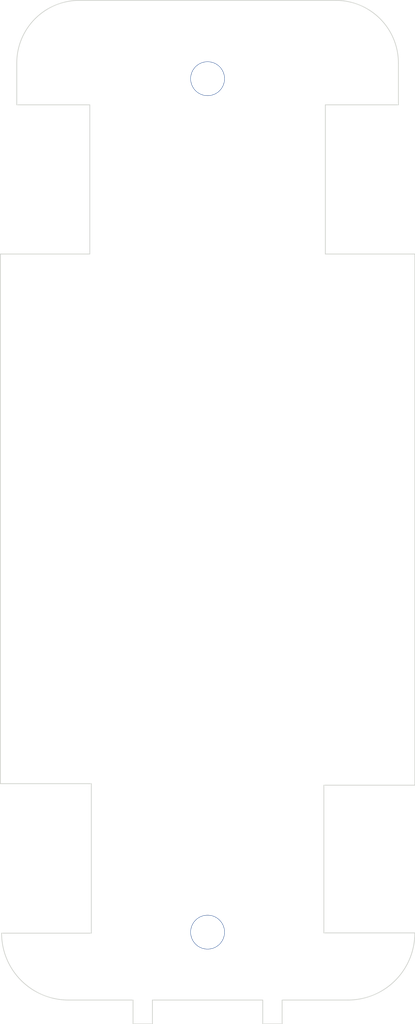
<source format=kicad_pcb>
(kicad_pcb
	(version 20240108)
	(generator "pcbnew")
	(generator_version "8.0")
	(general
		(thickness 0.8)
		(legacy_teardrops no)
	)
	(paper "A4")
	(layers
		(0 "F.Cu" signal)
		(31 "B.Cu" signal)
		(32 "B.Adhes" user "B.Adhesive")
		(33 "F.Adhes" user "F.Adhesive")
		(34 "B.Paste" user)
		(35 "F.Paste" user)
		(36 "B.SilkS" user "B.Silkscreen")
		(37 "F.SilkS" user "F.Silkscreen")
		(38 "B.Mask" user)
		(39 "F.Mask" user)
		(40 "Dwgs.User" user "User.Drawings")
		(41 "Cmts.User" user "User.Comments")
		(42 "Eco1.User" user "User.Eco1")
		(43 "Eco2.User" user "User.Eco2")
		(44 "Edge.Cuts" user)
		(45 "Margin" user)
		(46 "B.CrtYd" user "B.Courtyard")
		(47 "F.CrtYd" user "F.Courtyard")
		(48 "B.Fab" user)
		(49 "F.Fab" user)
		(50 "User.1" user)
		(51 "User.2" user)
		(52 "User.3" user)
		(53 "User.4" user)
		(54 "User.5" user)
		(55 "User.6" user)
		(56 "User.7" user)
		(57 "User.8" user)
		(58 "User.9" user)
	)
	(setup
		(stackup
			(layer "F.SilkS"
				(type "Top Silk Screen")
			)
			(layer "F.Paste"
				(type "Top Solder Paste")
			)
			(layer "F.Mask"
				(type "Top Solder Mask")
				(thickness 0.01)
			)
			(layer "F.Cu"
				(type "copper")
				(thickness 0.035)
			)
			(layer "dielectric 1"
				(type "core")
				(thickness 0.71)
				(material "FR4")
				(epsilon_r 4.5)
				(loss_tangent 0.02)
			)
			(layer "B.Cu"
				(type "copper")
				(thickness 0.035)
			)
			(layer "B.Mask"
				(type "Bottom Solder Mask")
				(thickness 0.01)
			)
			(layer "B.Paste"
				(type "Bottom Solder Paste")
			)
			(layer "B.SilkS"
				(type "Bottom Silk Screen")
			)
			(copper_finish "None")
			(dielectric_constraints no)
		)
		(pad_to_mask_clearance 0)
		(allow_soldermask_bridges_in_footprints no)
		(pcbplotparams
			(layerselection 0x00010fc_ffffffff)
			(plot_on_all_layers_selection 0x0000000_00000000)
			(disableapertmacros no)
			(usegerberextensions no)
			(usegerberattributes yes)
			(usegerberadvancedattributes yes)
			(creategerberjobfile yes)
			(dashed_line_dash_ratio 12.000000)
			(dashed_line_gap_ratio 3.000000)
			(svgprecision 4)
			(plotframeref no)
			(viasonmask no)
			(mode 1)
			(useauxorigin no)
			(hpglpennumber 1)
			(hpglpenspeed 20)
			(hpglpendiameter 15.000000)
			(pdf_front_fp_property_popups yes)
			(pdf_back_fp_property_popups yes)
			(dxfpolygonmode yes)
			(dxfimperialunits yes)
			(dxfusepcbnewfont yes)
			(psnegative no)
			(psa4output no)
			(plotreference yes)
			(plotvalue yes)
			(plotfptext yes)
			(plotinvisibletext no)
			(sketchpadsonfab no)
			(subtractmaskfromsilk no)
			(outputformat 1)
			(mirror no)
			(drillshape 1)
			(scaleselection 1)
			(outputdirectory "")
		)
	)
	(net 0 "")
	(gr_line
		(start 7.8 19.1)
		(end 7.8 29)
		(locked yes)
		(stroke
			(width 0.05)
			(type default)
		)
		(layer "Edge.Cuts")
		(uuid "212b248a-a4f2-410b-86ca-65789175e817")
	)
	(gr_line
		(start -8.6 -33.5)
		(end 8.6 -33.5)
		(locked yes)
		(stroke
			(width 0.05)
			(type default)
		)
		(layer "Edge.Cuts")
		(uuid "266dc41b-b93d-48be-8a5c-76e90e49d96f")
	)
	(gr_arc
		(start 8.6 -33.5)
		(mid 11.569848 -32.269848)
		(end 12.8 -29.3)
		(locked yes)
		(stroke
			(width 0.05)
			(type default)
		)
		(layer "Edge.Cuts")
		(uuid "301af564-7c6e-497e-a2db-f58169d3bf4c")
	)
	(gr_line
		(start -13.9 19)
		(end -13.9 -16.5)
		(locked yes)
		(stroke
			(width 0.05)
			(type default)
		)
		(layer "Edge.Cuts")
		(uuid "3c52f245-0b45-4a1d-a246-c887359fbb88")
	)
	(gr_line
		(start 13.9 19.1)
		(end 7.8 19.1)
		(locked yes)
		(stroke
			(width 0.05)
			(type default)
		)
		(layer "Edge.Cuts")
		(uuid "40c9cddf-f7a0-4c98-9ee7-499c9cffd821")
	)
	(gr_line
		(start -5 33.5)
		(end -9.318019 33.5)
		(locked yes)
		(stroke
			(width 0.05)
			(type default)
		)
		(layer "Edge.Cuts")
		(uuid "498c032b-f410-4895-9403-9a2a85be4584")
	)
	(gr_line
		(start 7.8 29)
		(end 13.9 29)
		(locked yes)
		(stroke
			(width 0.05)
			(type default)
		)
		(layer "Edge.Cuts")
		(uuid "49ca5f5b-1981-42d7-a00a-bd91c97efeef")
	)
	(gr_line
		(start -5 35.1)
		(end -5 33.5)
		(locked yes)
		(stroke
			(width 0.05)
			(type default)
		)
		(layer "Edge.Cuts")
		(uuid "55154768-a7a8-4241-b641-65fa530c342f")
	)
	(gr_line
		(start 7.9 -26.5)
		(end 7.9 -16.5)
		(locked yes)
		(stroke
			(width 0.05)
			(type default)
		)
		(layer "Edge.Cuts")
		(uuid "5795f8bb-1a3c-4339-b11a-048ccb814a45")
	)
	(gr_line
		(start -7.9 -26.5)
		(end -12.8 -26.5)
		(locked yes)
		(stroke
			(width 0.05)
			(type default)
		)
		(layer "Edge.Cuts")
		(uuid "5a260c72-5569-47d2-a348-9aecb7294484")
	)
	(gr_line
		(start 5 35.1)
		(end 3.7 35.1)
		(locked yes)
		(stroke
			(width 0.05)
			(type default)
		)
		(layer "Edge.Cuts")
		(uuid "6631cc77-6b63-40df-9f6d-519805188bee")
	)
	(gr_arc
		(start -12.8 -29.3)
		(mid -11.569848 -32.269848)
		(end -8.6 -33.5)
		(locked yes)
		(stroke
			(width 0.05)
			(type default)
		)
		(layer "Edge.Cuts")
		(uuid "69b02299-0b7b-4952-a275-93609a48ddee")
	)
	(gr_line
		(start -3.7 33.5)
		(end -3.7 35.1)
		(locked yes)
		(stroke
			(width 0.05)
			(type default)
		)
		(layer "Edge.Cuts")
		(uuid "7c50ba99-107c-460b-9e95-ac0318a22e9a")
	)
	(gr_line
		(start 12.8 -26.5)
		(end 7.9 -26.5)
		(locked yes)
		(stroke
			(width 0.05)
			(type default)
		)
		(layer "Edge.Cuts")
		(uuid "7da19914-d420-4986-9815-f5470b996cde")
	)
	(gr_line
		(start 9.418019 33.5)
		(end 5 33.5)
		(locked yes)
		(stroke
			(width 0.05)
			(type default)
		)
		(layer "Edge.Cuts")
		(uuid "8053af52-253c-4850-8ce5-d5f2e6251ee7")
	)
	(gr_line
		(start -13.818019 29.018019)
		(end -7.8 29.018019)
		(locked yes)
		(stroke
			(width 0.05)
			(type default)
		)
		(layer "Edge.Cuts")
		(uuid "8f99cb52-9fd8-48f4-a9e6-854b31479e40")
	)
	(gr_line
		(start -13.9 -16.5)
		(end -7.9 -16.5)
		(locked yes)
		(stroke
			(width 0.05)
			(type default)
		)
		(layer "Edge.Cuts")
		(uuid "a2bc6a1b-67ce-4feb-b5c8-fec1f455045e")
	)
	(gr_line
		(start 3.7 33.5)
		(end -3.7 33.5)
		(locked yes)
		(stroke
			(width 0.05)
			(type default)
		)
		(layer "Edge.Cuts")
		(uuid "a5e85c92-4794-4725-a9dd-c3361a081a3b")
	)
	(gr_line
		(start 7.9 -16.5)
		(end 13.9 -16.5)
		(locked yes)
		(stroke
			(width 0.05)
			(type default)
		)
		(layer "Edge.Cuts")
		(uuid "aa9de3c0-c270-4124-84c3-add82fd430f6")
	)
	(gr_circle
		(center 0 -28.25)
		(end 1.1 -28.25)
		(stroke
			(width 0.05)
			(type default)
		)
		(fill none)
		(layer "Edge.Cuts")
		(uuid "b91c767c-4b38-457f-bbfa-3e0d909d09df")
	)
	(gr_arc
		(start -9.318019 33.5)
		(mid -12.498902 32.193635)
		(end -13.818019 29.018019)
		(locked yes)
		(stroke
			(width 0.05)
			(type default)
		)
		(layer "Edge.Cuts")
		(uuid "be17d7ec-48cc-4ad0-af41-2c4f3c88c1c8")
	)
	(gr_line
		(start -7.8 29.018019)
		(end -7.8 19)
		(locked yes)
		(stroke
			(width 0.05)
			(type default)
		)
		(layer "Edge.Cuts")
		(uuid "c51d8f98-5f91-4fa7-ade6-f1ad88bec508")
	)
	(gr_line
		(start 5 33.5)
		(end 5 35.1)
		(locked yes)
		(stroke
			(width 0.05)
			(type default)
		)
		(layer "Edge.Cuts")
		(uuid "ca0767aa-e879-4c92-b876-180e15f68a27")
	)
	(gr_line
		(start -3.7 35.1)
		(end -5 35.1)
		(locked yes)
		(stroke
			(width 0.05)
			(type default)
		)
		(layer "Edge.Cuts")
		(uuid "cbe2e690-e789-46cc-8948-8880d3bd12b6")
	)
	(gr_line
		(start -12.8 -26.5)
		(end -12.8 -29.3)
		(locked yes)
		(stroke
			(width 0.05)
			(type default)
		)
		(layer "Edge.Cuts")
		(uuid "cd2dbd24-8b15-4382-954e-7d167fdaf69b")
	)
	(gr_line
		(start -7.9 -16.5)
		(end -7.9 -26.5)
		(locked yes)
		(stroke
			(width 0.05)
			(type default)
		)
		(layer "Edge.Cuts")
		(uuid "cd429c37-b0d0-43fc-bdee-928743e7df03")
	)
	(gr_line
		(start 12.8 -29.3)
		(end 12.8 -26.5)
		(locked yes)
		(stroke
			(width 0.05)
			(type default)
		)
		(layer "Edge.Cuts")
		(uuid "e1d1aa86-63b6-411c-a465-69eb17262b86")
	)
	(gr_circle
		(center 0 28.95)
		(end 1.1 28.95)
		(stroke
			(width 0.05)
			(type default)
		)
		(fill none)
		(layer "Edge.Cuts")
		(uuid "ef13108a-3d73-412c-b346-899677d9b5dc")
	)
	(gr_line
		(start 3.7 35.1)
		(end 3.7 33.5)
		(locked yes)
		(stroke
			(width 0.05)
			(type default)
		)
		(layer "Edge.Cuts")
		(uuid "f22a704e-44ab-413a-aa61-3b8984917af0")
	)
	(gr_line
		(start -7.8 19)
		(end -13.9 19)
		(locked yes)
		(stroke
			(width 0.05)
			(type default)
		)
		(layer "Edge.Cuts")
		(uuid "f31edf2a-bd51-4650-8eb3-7d2523afd5db")
	)
	(gr_arc
		(start 13.9 29)
		(mid 12.593635 32.180883)
		(end 9.418019 33.5)
		(locked yes)
		(stroke
			(width 0.05)
			(type default)
		)
		(layer "Edge.Cuts")
		(uuid "f654367e-3e9f-400c-b14f-4cccfce24237")
	)
	(gr_line
		(start 13.9 -16.5)
		(end 13.9 19.1)
		(locked yes)
		(stroke
			(width 0.05)
			(type default)
		)
		(layer "Edge.Cuts")
		(uuid "f8e9a7df-de5b-4ac8-82e1-44862b57eb20")
	)
	(via
		(at 0 28.95)
		(size 2.3)
		(drill 2.2)
		(layers "F.Cu" "B.Cu")
		(net 0)
		(uuid "04821e7f-08fe-4c3c-9862-cebf401f8b48")
	)
	(via
		(at 0 -28.25)
		(size 2.3)
		(drill 2.2)
		(layers "F.Cu" "B.Cu")
		(net 0)
		(uuid "30072c89-6148-4885-8b3a-6cd866197814")
	)
)
</source>
